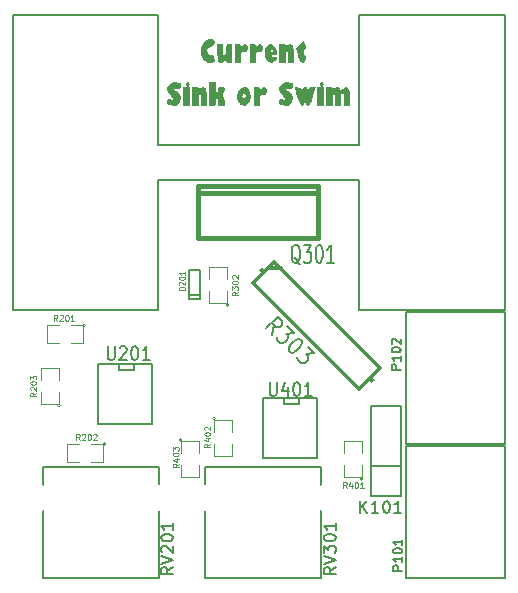
<source format=gto>
G04 (created by PCBNEW (2013-07-07 BZR 4022)-stable) date 26/09/2015 17:58:38*
%MOIN*%
G04 Gerber Fmt 3.4, Leading zero omitted, Abs format*
%FSLAX34Y34*%
G01*
G70*
G90*
G04 APERTURE LIST*
%ADD10C,0.00393701*%
%ADD11C,0.005*%
%ADD12C,0.0039*%
%ADD13C,0.012*%
%ADD14C,0.006*%
%ADD15C,0.00590551*%
%ADD16C,0.015*%
%ADD17C,0.0001*%
%ADD18C,0.0043*%
%ADD19C,0.008*%
%ADD20C,0.0045*%
%ADD21R,0.045X0.02*%
%ADD22R,0.055X0.035*%
%ADD23R,0.035X0.055*%
%ADD24C,0.07*%
%ADD25R,0.06X0.06*%
%ADD26C,0.06*%
%ADD27C,0.0905512*%
%ADD28R,0.1X0.1*%
%ADD29C,0.1*%
%ADD30R,0.07X0.07*%
%ADD31R,0.0275591X0.023622*%
%ADD32C,0.0787402*%
%ADD33O,0.0787402X0.0866142*%
G04 APERTURE END LIST*
G54D10*
G54D11*
X51950Y-26900D02*
X51950Y-28900D01*
X51950Y-28900D02*
X50150Y-28900D01*
X50150Y-28900D02*
X50150Y-26900D01*
X50150Y-26900D02*
X51950Y-26900D01*
X51350Y-26900D02*
X51350Y-27100D01*
X51350Y-27100D02*
X50850Y-27100D01*
X50850Y-27100D02*
X50850Y-26900D01*
X46450Y-25775D02*
X46450Y-27775D01*
X46450Y-27775D02*
X44650Y-27775D01*
X44650Y-27775D02*
X44650Y-25775D01*
X44650Y-25775D02*
X46450Y-25775D01*
X45850Y-25775D02*
X45850Y-25975D01*
X45850Y-25975D02*
X45350Y-25975D01*
X45350Y-25975D02*
X45350Y-25775D01*
G54D12*
X47450Y-28300D02*
G75*
G03X47450Y-28300I-50J0D01*
G74*
G01*
X47400Y-28750D02*
X47400Y-28350D01*
X47400Y-28350D02*
X48000Y-28350D01*
X48000Y-28350D02*
X48000Y-28750D01*
X48000Y-29150D02*
X48000Y-29550D01*
X48000Y-29550D02*
X47400Y-29550D01*
X47400Y-29550D02*
X47400Y-29150D01*
X48550Y-27575D02*
G75*
G03X48550Y-27575I-50J0D01*
G74*
G01*
X48500Y-28025D02*
X48500Y-27625D01*
X48500Y-27625D02*
X49100Y-27625D01*
X49100Y-27625D02*
X49100Y-28025D01*
X49100Y-28425D02*
X49100Y-28825D01*
X49100Y-28825D02*
X48500Y-28825D01*
X48500Y-28825D02*
X48500Y-28425D01*
X53475Y-29600D02*
G75*
G03X53475Y-29600I-50J0D01*
G74*
G01*
X53425Y-29150D02*
X53425Y-29550D01*
X53425Y-29550D02*
X52825Y-29550D01*
X52825Y-29550D02*
X52825Y-29150D01*
X52825Y-28750D02*
X52825Y-28350D01*
X52825Y-28350D02*
X53425Y-28350D01*
X53425Y-28350D02*
X53425Y-28750D01*
X49000Y-23800D02*
G75*
G03X49000Y-23800I-50J0D01*
G74*
G01*
X48950Y-23350D02*
X48950Y-23750D01*
X48950Y-23750D02*
X48350Y-23750D01*
X48350Y-23750D02*
X48350Y-23350D01*
X48350Y-22950D02*
X48350Y-22550D01*
X48350Y-22550D02*
X48950Y-22550D01*
X48950Y-22550D02*
X48950Y-22950D01*
X43400Y-27150D02*
G75*
G03X43400Y-27150I-50J0D01*
G74*
G01*
X43350Y-26700D02*
X43350Y-27100D01*
X43350Y-27100D02*
X42750Y-27100D01*
X42750Y-27100D02*
X42750Y-26700D01*
X42750Y-26300D02*
X42750Y-25900D01*
X42750Y-25900D02*
X43350Y-25900D01*
X43350Y-25900D02*
X43350Y-26300D01*
X44900Y-28425D02*
G75*
G03X44900Y-28425I-50J0D01*
G74*
G01*
X44400Y-28425D02*
X44800Y-28425D01*
X44800Y-28425D02*
X44800Y-29025D01*
X44800Y-29025D02*
X44400Y-29025D01*
X44000Y-29025D02*
X43600Y-29025D01*
X43600Y-29025D02*
X43600Y-28425D01*
X43600Y-28425D02*
X44000Y-28425D01*
X44225Y-24475D02*
G75*
G03X44225Y-24475I-50J0D01*
G74*
G01*
X43725Y-24475D02*
X44125Y-24475D01*
X44125Y-24475D02*
X44125Y-25075D01*
X44125Y-25075D02*
X43725Y-25075D01*
X43325Y-25075D02*
X42925Y-25075D01*
X42925Y-25075D02*
X42925Y-24475D01*
X42925Y-24475D02*
X43325Y-24475D01*
G54D13*
X50510Y-22353D02*
X54046Y-25889D01*
X54046Y-25889D02*
X53339Y-26596D01*
X53339Y-26596D02*
X49803Y-23060D01*
X53692Y-26242D02*
X54046Y-26596D01*
X49803Y-22353D02*
X50157Y-22707D01*
X50298Y-22565D02*
X50722Y-22565D01*
X50510Y-22353D02*
X49803Y-23060D01*
G54D14*
X54725Y-30175D02*
X53725Y-30175D01*
X53725Y-30175D02*
X53725Y-27175D01*
X53725Y-27175D02*
X54725Y-27175D01*
X54725Y-27175D02*
X54725Y-30175D01*
X53725Y-29175D02*
X54725Y-29175D01*
G54D15*
X54842Y-23971D02*
X53346Y-23971D01*
X45157Y-23971D02*
X46653Y-23971D01*
X46653Y-14128D02*
X45157Y-14128D01*
X54842Y-14128D02*
X53346Y-14128D01*
X46653Y-23971D02*
X46653Y-19640D01*
X46653Y-19640D02*
X53346Y-19640D01*
X53346Y-19640D02*
X53346Y-23971D01*
X46653Y-18459D02*
X53346Y-18459D01*
X46653Y-14128D02*
X46653Y-18459D01*
X53346Y-14128D02*
X53346Y-18459D01*
X58188Y-14128D02*
X54842Y-14128D01*
X41811Y-23971D02*
X45157Y-23971D01*
X41811Y-14128D02*
X45157Y-14128D01*
X58188Y-14128D02*
X58188Y-23971D01*
X58188Y-23971D02*
X54842Y-23971D01*
X41811Y-23971D02*
X41811Y-14128D01*
G54D14*
X58200Y-32900D02*
X54900Y-32900D01*
X54900Y-32900D02*
X54900Y-28500D01*
X54900Y-28500D02*
X58200Y-28500D01*
X58200Y-28500D02*
X58200Y-32900D01*
X58200Y-28450D02*
X54900Y-28450D01*
X54900Y-28450D02*
X54900Y-24050D01*
X54900Y-24050D02*
X58200Y-24050D01*
X58200Y-24050D02*
X58200Y-28450D01*
G54D16*
X47975Y-20075D02*
X47975Y-19825D01*
X47975Y-19825D02*
X51975Y-19825D01*
X51975Y-19825D02*
X51975Y-20075D01*
X47975Y-21575D02*
X47975Y-20075D01*
X47975Y-20075D02*
X51975Y-20075D01*
X51975Y-20075D02*
X51975Y-21575D01*
X51975Y-21575D02*
X47975Y-21575D01*
G54D15*
X48027Y-23591D02*
X47672Y-23591D01*
X47672Y-23591D02*
X47672Y-23463D01*
X48027Y-23463D02*
X48027Y-23591D01*
X48027Y-22626D02*
X48027Y-23473D01*
X48027Y-23473D02*
X47672Y-23473D01*
X47672Y-23473D02*
X47672Y-22626D01*
X47672Y-22626D02*
X48027Y-22626D01*
G54D17*
G36*
X47409Y-16931D02*
X47382Y-17051D01*
X47307Y-17130D01*
X47189Y-17164D01*
X47033Y-17151D01*
X47000Y-17143D01*
X46952Y-17101D01*
X46945Y-17018D01*
X46962Y-16951D01*
X46991Y-16917D01*
X47029Y-16936D01*
X47095Y-16958D01*
X47127Y-16953D01*
X47150Y-16932D01*
X47132Y-16894D01*
X47068Y-16827D01*
X47061Y-16821D01*
X46970Y-16707D01*
X46944Y-16600D01*
X46984Y-16496D01*
X47028Y-16444D01*
X47098Y-16387D01*
X47172Y-16370D01*
X47247Y-16376D01*
X47347Y-16393D01*
X47395Y-16418D01*
X47404Y-16465D01*
X47393Y-16529D01*
X47372Y-16596D01*
X47340Y-16611D01*
X47289Y-16592D01*
X47216Y-16573D01*
X47181Y-16588D01*
X47196Y-16627D01*
X47225Y-16653D01*
X47325Y-16730D01*
X47380Y-16791D01*
X47404Y-16856D01*
X47409Y-16931D01*
X47409Y-16931D01*
X47409Y-16931D01*
G37*
G36*
X47709Y-17166D02*
X47592Y-17166D01*
X47475Y-17166D01*
X47475Y-16858D01*
X47475Y-16550D01*
X47592Y-16550D01*
X47709Y-16550D01*
X47709Y-16858D01*
X47709Y-17166D01*
X47709Y-17166D01*
X47709Y-17166D01*
G37*
G36*
X48275Y-17166D02*
X48175Y-17166D01*
X48075Y-17166D01*
X48075Y-16950D01*
X48070Y-16836D01*
X48058Y-16759D01*
X48042Y-16733D01*
X48024Y-16763D01*
X48012Y-16845D01*
X48009Y-16950D01*
X48009Y-17166D01*
X47892Y-17166D01*
X47775Y-17166D01*
X47775Y-16850D01*
X47775Y-16533D01*
X47892Y-16533D01*
X47973Y-16543D01*
X48008Y-16570D01*
X48009Y-16573D01*
X48018Y-16596D01*
X48049Y-16573D01*
X48121Y-16535D01*
X48199Y-16564D01*
X48223Y-16585D01*
X48252Y-16636D01*
X48269Y-16725D01*
X48275Y-16865D01*
X48275Y-16902D01*
X48275Y-17166D01*
X48275Y-17166D01*
X48275Y-17166D01*
G37*
G36*
X48884Y-17166D02*
X48763Y-17166D01*
X48685Y-17162D01*
X48651Y-17138D01*
X48642Y-17073D01*
X48642Y-17035D01*
X48634Y-16946D01*
X48615Y-16889D01*
X48609Y-16883D01*
X48587Y-16899D01*
X48576Y-16971D01*
X48575Y-17014D01*
X48573Y-17107D01*
X48556Y-17151D01*
X48512Y-17165D01*
X48459Y-17166D01*
X48342Y-17166D01*
X48342Y-16766D01*
X48342Y-16366D01*
X48459Y-16366D01*
X48575Y-16366D01*
X48575Y-16551D01*
X48580Y-16659D01*
X48595Y-16713D01*
X48609Y-16716D01*
X48634Y-16670D01*
X48642Y-16614D01*
X48651Y-16559D01*
X48691Y-16537D01*
X48759Y-16533D01*
X48840Y-16542D01*
X48871Y-16577D01*
X48855Y-16648D01*
X48825Y-16712D01*
X48794Y-16803D01*
X48807Y-16847D01*
X48832Y-16903D01*
X48856Y-16995D01*
X48861Y-17026D01*
X48884Y-17166D01*
X48884Y-17166D01*
X48884Y-17166D01*
G37*
G36*
X49742Y-16887D02*
X49716Y-17008D01*
X49647Y-17101D01*
X49564Y-17145D01*
X49564Y-16812D01*
X49529Y-16778D01*
X49481Y-16782D01*
X49471Y-16790D01*
X49453Y-16842D01*
X49477Y-16889D01*
X49509Y-16900D01*
X49551Y-16875D01*
X49560Y-16863D01*
X49564Y-16812D01*
X49564Y-17145D01*
X49550Y-17153D01*
X49440Y-17152D01*
X49416Y-17144D01*
X49363Y-17095D01*
X49314Y-17007D01*
X49282Y-16906D01*
X49275Y-16850D01*
X49296Y-16734D01*
X49351Y-16630D01*
X49424Y-16560D01*
X49456Y-16547D01*
X49568Y-16548D01*
X49656Y-16606D01*
X49716Y-16714D01*
X49741Y-16864D01*
X49742Y-16887D01*
X49742Y-16887D01*
X49742Y-16887D01*
G37*
G36*
X50272Y-16695D02*
X50249Y-16767D01*
X50194Y-16814D01*
X50119Y-16818D01*
X50075Y-16811D01*
X50052Y-16829D01*
X50043Y-16886D01*
X50042Y-16982D01*
X50040Y-17087D01*
X50029Y-17142D01*
X50000Y-17163D01*
X49944Y-17166D01*
X49942Y-17166D01*
X49842Y-17166D01*
X49842Y-16850D01*
X49842Y-16533D01*
X49942Y-16533D01*
X50018Y-16545D01*
X50042Y-16587D01*
X50042Y-16589D01*
X50047Y-16624D01*
X50071Y-16606D01*
X50090Y-16581D01*
X50138Y-16537D01*
X50192Y-16549D01*
X50198Y-16553D01*
X50257Y-16617D01*
X50272Y-16695D01*
X50272Y-16695D01*
X50272Y-16695D01*
G37*
G36*
X51142Y-16931D02*
X51116Y-17051D01*
X51041Y-17130D01*
X50922Y-17164D01*
X50766Y-17151D01*
X50734Y-17143D01*
X50685Y-17101D01*
X50678Y-17018D01*
X50696Y-16951D01*
X50724Y-16917D01*
X50762Y-16936D01*
X50828Y-16958D01*
X50861Y-16953D01*
X50884Y-16932D01*
X50866Y-16894D01*
X50801Y-16827D01*
X50794Y-16821D01*
X50703Y-16707D01*
X50677Y-16600D01*
X50717Y-16496D01*
X50761Y-16444D01*
X50831Y-16387D01*
X50906Y-16370D01*
X50980Y-16376D01*
X51081Y-16393D01*
X51129Y-16418D01*
X51138Y-16465D01*
X51126Y-16529D01*
X51106Y-16596D01*
X51073Y-16611D01*
X51023Y-16592D01*
X50949Y-16573D01*
X50914Y-16588D01*
X50929Y-16627D01*
X50959Y-16653D01*
X51058Y-16730D01*
X51114Y-16791D01*
X51137Y-16856D01*
X51142Y-16931D01*
X51142Y-16931D01*
X51142Y-16931D01*
G37*
G36*
X51905Y-16533D02*
X51853Y-16708D01*
X51814Y-16838D01*
X51776Y-16967D01*
X51761Y-17016D01*
X51720Y-17109D01*
X51669Y-17158D01*
X51620Y-17159D01*
X51586Y-17104D01*
X51586Y-17102D01*
X51556Y-17042D01*
X51523Y-17046D01*
X51499Y-17100D01*
X51463Y-17154D01*
X51430Y-17166D01*
X51395Y-17141D01*
X51354Y-17062D01*
X51304Y-16924D01*
X51283Y-16858D01*
X51188Y-16550D01*
X51284Y-16539D01*
X51384Y-16553D01*
X51427Y-16589D01*
X51462Y-16630D01*
X51473Y-16617D01*
X51474Y-16591D01*
X51498Y-16547D01*
X51549Y-16533D01*
X51595Y-16549D01*
X51609Y-16583D01*
X51626Y-16627D01*
X51642Y-16633D01*
X51671Y-16606D01*
X51675Y-16583D01*
X51701Y-16546D01*
X51783Y-16533D01*
X51790Y-16533D01*
X51905Y-16533D01*
X51905Y-16533D01*
X51905Y-16533D01*
G37*
G36*
X52175Y-17166D02*
X52059Y-17166D01*
X51942Y-17166D01*
X51942Y-16858D01*
X51942Y-16550D01*
X52059Y-16550D01*
X52175Y-16550D01*
X52175Y-16858D01*
X52175Y-17166D01*
X52175Y-17166D01*
X52175Y-17166D01*
G37*
G36*
X53042Y-17166D02*
X52942Y-17166D01*
X52842Y-17166D01*
X52842Y-16950D01*
X52838Y-16828D01*
X52827Y-16760D01*
X52803Y-16734D01*
X52792Y-16733D01*
X52764Y-16747D01*
X52748Y-16799D01*
X52742Y-16900D01*
X52742Y-16950D01*
X52742Y-17166D01*
X52642Y-17166D01*
X52542Y-17166D01*
X52542Y-16950D01*
X52537Y-16836D01*
X52525Y-16759D01*
X52509Y-16733D01*
X52491Y-16763D01*
X52479Y-16845D01*
X52475Y-16950D01*
X52475Y-17166D01*
X52359Y-17166D01*
X52242Y-17166D01*
X52242Y-16850D01*
X52242Y-16533D01*
X52359Y-16533D01*
X52440Y-16543D01*
X52475Y-16570D01*
X52475Y-16573D01*
X52485Y-16596D01*
X52515Y-16573D01*
X52589Y-16536D01*
X52665Y-16550D01*
X52703Y-16589D01*
X52731Y-16627D01*
X52764Y-16615D01*
X52791Y-16589D01*
X52871Y-16536D01*
X52939Y-16545D01*
X52992Y-16612D01*
X53028Y-16733D01*
X53042Y-16904D01*
X53042Y-16924D01*
X53042Y-17166D01*
X53042Y-17166D01*
X53042Y-17166D01*
G37*
G36*
X47701Y-16445D02*
X47686Y-16504D01*
X47644Y-16533D01*
X47642Y-16533D01*
X47601Y-16506D01*
X47586Y-16481D01*
X47585Y-16419D01*
X47618Y-16379D01*
X47666Y-16380D01*
X47680Y-16391D01*
X47701Y-16445D01*
X47701Y-16445D01*
X47701Y-16445D01*
G37*
G36*
X52167Y-16445D02*
X52153Y-16504D01*
X52111Y-16533D01*
X52109Y-16533D01*
X52067Y-16506D01*
X52053Y-16481D01*
X52052Y-16419D01*
X52085Y-16379D01*
X52133Y-16380D01*
X52146Y-16391D01*
X52167Y-16445D01*
X52167Y-16445D01*
X52167Y-16445D01*
G37*
G36*
X48537Y-15004D02*
X48524Y-15072D01*
X48509Y-15114D01*
X48459Y-15184D01*
X48395Y-15200D01*
X48320Y-15227D01*
X48283Y-15298D01*
X48292Y-15399D01*
X48293Y-15403D01*
X48330Y-15455D01*
X48394Y-15458D01*
X48451Y-15458D01*
X48488Y-15498D01*
X48511Y-15558D01*
X48533Y-15642D01*
X48523Y-15687D01*
X48504Y-15703D01*
X48407Y-15731D01*
X48293Y-15721D01*
X48195Y-15676D01*
X48183Y-15666D01*
X48098Y-15552D01*
X48057Y-15420D01*
X48056Y-15283D01*
X48091Y-15154D01*
X48157Y-15046D01*
X48251Y-14971D01*
X48367Y-14942D01*
X48422Y-14947D01*
X48506Y-14969D01*
X48537Y-15004D01*
X48537Y-15004D01*
X48537Y-15004D01*
G37*
G36*
X49109Y-15733D02*
X49009Y-15733D01*
X48932Y-15720D01*
X48909Y-15678D01*
X48904Y-15641D01*
X48878Y-15651D01*
X48848Y-15678D01*
X48777Y-15726D01*
X48714Y-15721D01*
X48675Y-15700D01*
X48647Y-15660D01*
X48628Y-15576D01*
X48616Y-15438D01*
X48613Y-15384D01*
X48602Y-15100D01*
X48705Y-15100D01*
X48809Y-15100D01*
X48809Y-15319D01*
X48812Y-15443D01*
X48825Y-15509D01*
X48848Y-15525D01*
X48850Y-15525D01*
X48877Y-15483D01*
X48895Y-15386D01*
X48902Y-15305D01*
X48909Y-15193D01*
X48921Y-15131D01*
X48946Y-15105D01*
X48994Y-15100D01*
X49010Y-15100D01*
X49109Y-15100D01*
X49109Y-15416D01*
X49109Y-15733D01*
X49109Y-15733D01*
X49109Y-15733D01*
G37*
G36*
X49638Y-15261D02*
X49615Y-15334D01*
X49561Y-15381D01*
X49486Y-15384D01*
X49442Y-15378D01*
X49419Y-15395D01*
X49410Y-15453D01*
X49409Y-15549D01*
X49407Y-15654D01*
X49396Y-15709D01*
X49367Y-15730D01*
X49311Y-15733D01*
X49309Y-15733D01*
X49209Y-15733D01*
X49209Y-15416D01*
X49209Y-15100D01*
X49309Y-15100D01*
X49384Y-15112D01*
X49408Y-15154D01*
X49409Y-15156D01*
X49414Y-15191D01*
X49437Y-15172D01*
X49457Y-15148D01*
X49505Y-15104D01*
X49558Y-15116D01*
X49565Y-15120D01*
X49623Y-15183D01*
X49638Y-15261D01*
X49638Y-15261D01*
X49638Y-15261D01*
G37*
G36*
X50138Y-15261D02*
X50115Y-15334D01*
X50061Y-15381D01*
X49986Y-15384D01*
X49942Y-15378D01*
X49919Y-15395D01*
X49910Y-15453D01*
X49909Y-15549D01*
X49907Y-15654D01*
X49896Y-15709D01*
X49867Y-15730D01*
X49811Y-15733D01*
X49809Y-15733D01*
X49709Y-15733D01*
X49709Y-15416D01*
X49709Y-15100D01*
X49809Y-15100D01*
X49884Y-15112D01*
X49908Y-15154D01*
X49909Y-15156D01*
X49914Y-15191D01*
X49937Y-15172D01*
X49957Y-15148D01*
X50005Y-15104D01*
X50058Y-15116D01*
X50065Y-15120D01*
X50123Y-15183D01*
X50138Y-15261D01*
X50138Y-15261D01*
X50138Y-15261D01*
G37*
G36*
X50607Y-15425D02*
X50590Y-15459D01*
X50532Y-15466D01*
X50511Y-15466D01*
X50475Y-15470D01*
X50475Y-15313D01*
X50456Y-15275D01*
X50436Y-15274D01*
X50392Y-15307D01*
X50386Y-15347D01*
X50422Y-15366D01*
X50468Y-15339D01*
X50475Y-15313D01*
X50475Y-15470D01*
X50442Y-15475D01*
X50424Y-15497D01*
X50425Y-15500D01*
X50471Y-15525D01*
X50527Y-15533D01*
X50592Y-15551D01*
X50605Y-15597D01*
X50563Y-15658D01*
X50534Y-15681D01*
X50433Y-15728D01*
X50337Y-15713D01*
X50271Y-15669D01*
X50223Y-15618D01*
X50199Y-15551D01*
X50192Y-15445D01*
X50192Y-15423D01*
X50201Y-15288D01*
X50233Y-15199D01*
X50255Y-15170D01*
X50344Y-15108D01*
X50434Y-15107D01*
X50515Y-15160D01*
X50575Y-15260D01*
X50598Y-15345D01*
X50607Y-15425D01*
X50607Y-15425D01*
X50607Y-15425D01*
G37*
G36*
X51175Y-15733D02*
X51075Y-15733D01*
X50975Y-15733D01*
X50975Y-15516D01*
X50970Y-15403D01*
X50958Y-15325D01*
X50942Y-15300D01*
X50924Y-15330D01*
X50912Y-15411D01*
X50909Y-15516D01*
X50909Y-15733D01*
X50792Y-15733D01*
X50675Y-15733D01*
X50675Y-15416D01*
X50675Y-15100D01*
X50792Y-15100D01*
X50873Y-15110D01*
X50908Y-15136D01*
X50909Y-15140D01*
X50918Y-15163D01*
X50949Y-15140D01*
X51021Y-15102D01*
X51099Y-15130D01*
X51123Y-15152D01*
X51152Y-15203D01*
X51169Y-15292D01*
X51175Y-15431D01*
X51175Y-15469D01*
X51175Y-15733D01*
X51175Y-15733D01*
X51175Y-15733D01*
G37*
G36*
X51575Y-15183D02*
X51564Y-15245D01*
X51542Y-15266D01*
X51518Y-15295D01*
X51509Y-15365D01*
X51509Y-15366D01*
X51519Y-15436D01*
X51543Y-15466D01*
X51544Y-15466D01*
X51565Y-15496D01*
X51570Y-15572D01*
X51569Y-15591D01*
X51552Y-15679D01*
X51516Y-15719D01*
X51490Y-15726D01*
X51416Y-15710D01*
X51365Y-15674D01*
X51327Y-15604D01*
X51296Y-15499D01*
X51287Y-15447D01*
X51269Y-15349D01*
X51248Y-15280D01*
X51237Y-15264D01*
X51244Y-15234D01*
X51290Y-15172D01*
X51359Y-15099D01*
X51440Y-15022D01*
X51485Y-14989D01*
X51505Y-14994D01*
X51509Y-15026D01*
X51521Y-15084D01*
X51542Y-15100D01*
X51567Y-15128D01*
X51575Y-15183D01*
X51575Y-15183D01*
X51575Y-15183D01*
G37*
G54D15*
X48220Y-32902D02*
X52079Y-32902D01*
X48220Y-29202D02*
X52079Y-29202D01*
X52079Y-29202D02*
X52079Y-32902D01*
X48220Y-29202D02*
X48220Y-32902D01*
X42795Y-32902D02*
X46654Y-32902D01*
X42795Y-29202D02*
X46654Y-29202D01*
X46654Y-29202D02*
X46654Y-32902D01*
X42795Y-29202D02*
X42795Y-32902D01*
G54D11*
X50364Y-26382D02*
X50364Y-26746D01*
X50383Y-26789D01*
X50402Y-26810D01*
X50440Y-26832D01*
X50516Y-26832D01*
X50554Y-26810D01*
X50573Y-26789D01*
X50592Y-26746D01*
X50592Y-26382D01*
X50954Y-26532D02*
X50954Y-26832D01*
X50859Y-26360D02*
X50764Y-26682D01*
X51011Y-26682D01*
X51240Y-26382D02*
X51278Y-26382D01*
X51316Y-26403D01*
X51335Y-26425D01*
X51354Y-26467D01*
X51373Y-26553D01*
X51373Y-26660D01*
X51354Y-26746D01*
X51335Y-26789D01*
X51316Y-26810D01*
X51278Y-26832D01*
X51240Y-26832D01*
X51202Y-26810D01*
X51183Y-26789D01*
X51164Y-26746D01*
X51145Y-26660D01*
X51145Y-26553D01*
X51164Y-26467D01*
X51183Y-26425D01*
X51202Y-26403D01*
X51240Y-26382D01*
X51754Y-26832D02*
X51526Y-26832D01*
X51640Y-26832D02*
X51640Y-26382D01*
X51602Y-26446D01*
X51564Y-26489D01*
X51526Y-26510D01*
X44964Y-25182D02*
X44964Y-25546D01*
X44983Y-25589D01*
X45002Y-25610D01*
X45040Y-25632D01*
X45116Y-25632D01*
X45154Y-25610D01*
X45173Y-25589D01*
X45192Y-25546D01*
X45192Y-25182D01*
X45364Y-25225D02*
X45383Y-25203D01*
X45421Y-25182D01*
X45516Y-25182D01*
X45554Y-25203D01*
X45573Y-25225D01*
X45592Y-25267D01*
X45592Y-25310D01*
X45573Y-25375D01*
X45345Y-25632D01*
X45592Y-25632D01*
X45840Y-25182D02*
X45878Y-25182D01*
X45916Y-25203D01*
X45935Y-25225D01*
X45954Y-25267D01*
X45973Y-25353D01*
X45973Y-25460D01*
X45954Y-25546D01*
X45935Y-25589D01*
X45916Y-25610D01*
X45878Y-25632D01*
X45840Y-25632D01*
X45802Y-25610D01*
X45783Y-25589D01*
X45764Y-25546D01*
X45745Y-25460D01*
X45745Y-25353D01*
X45764Y-25267D01*
X45783Y-25225D01*
X45802Y-25203D01*
X45840Y-25182D01*
X46354Y-25632D02*
X46126Y-25632D01*
X46240Y-25632D02*
X46240Y-25182D01*
X46202Y-25246D01*
X46164Y-25289D01*
X46126Y-25310D01*
G54D18*
X47329Y-29095D02*
X47235Y-29161D01*
X47329Y-29208D02*
X47132Y-29208D01*
X47132Y-29132D01*
X47142Y-29114D01*
X47151Y-29104D01*
X47170Y-29095D01*
X47198Y-29095D01*
X47217Y-29104D01*
X47226Y-29114D01*
X47235Y-29132D01*
X47235Y-29208D01*
X47198Y-28926D02*
X47329Y-28926D01*
X47123Y-28973D02*
X47264Y-29020D01*
X47264Y-28898D01*
X47132Y-28785D02*
X47132Y-28767D01*
X47142Y-28748D01*
X47151Y-28738D01*
X47170Y-28729D01*
X47207Y-28720D01*
X47254Y-28720D01*
X47292Y-28729D01*
X47310Y-28738D01*
X47320Y-28748D01*
X47329Y-28767D01*
X47329Y-28785D01*
X47320Y-28804D01*
X47310Y-28814D01*
X47292Y-28823D01*
X47254Y-28832D01*
X47207Y-28832D01*
X47170Y-28823D01*
X47151Y-28814D01*
X47142Y-28804D01*
X47132Y-28785D01*
X47132Y-28654D02*
X47132Y-28532D01*
X47207Y-28598D01*
X47207Y-28570D01*
X47217Y-28551D01*
X47226Y-28541D01*
X47245Y-28532D01*
X47292Y-28532D01*
X47310Y-28541D01*
X47320Y-28551D01*
X47329Y-28570D01*
X47329Y-28626D01*
X47320Y-28645D01*
X47310Y-28654D01*
X48379Y-28420D02*
X48285Y-28486D01*
X48379Y-28533D02*
X48182Y-28533D01*
X48182Y-28457D01*
X48192Y-28439D01*
X48201Y-28429D01*
X48220Y-28420D01*
X48248Y-28420D01*
X48267Y-28429D01*
X48276Y-28439D01*
X48285Y-28457D01*
X48285Y-28533D01*
X48248Y-28251D02*
X48379Y-28251D01*
X48173Y-28298D02*
X48314Y-28345D01*
X48314Y-28223D01*
X48182Y-28110D02*
X48182Y-28092D01*
X48192Y-28073D01*
X48201Y-28063D01*
X48220Y-28054D01*
X48257Y-28045D01*
X48304Y-28045D01*
X48342Y-28054D01*
X48360Y-28063D01*
X48370Y-28073D01*
X48379Y-28092D01*
X48379Y-28110D01*
X48370Y-28129D01*
X48360Y-28139D01*
X48342Y-28148D01*
X48304Y-28157D01*
X48257Y-28157D01*
X48220Y-28148D01*
X48201Y-28139D01*
X48192Y-28129D01*
X48182Y-28110D01*
X48201Y-27970D02*
X48192Y-27960D01*
X48182Y-27942D01*
X48182Y-27895D01*
X48192Y-27876D01*
X48201Y-27866D01*
X48220Y-27857D01*
X48239Y-27857D01*
X48267Y-27866D01*
X48379Y-27979D01*
X48379Y-27857D01*
X52929Y-29904D02*
X52863Y-29810D01*
X52816Y-29904D02*
X52816Y-29707D01*
X52892Y-29707D01*
X52910Y-29717D01*
X52920Y-29726D01*
X52929Y-29745D01*
X52929Y-29773D01*
X52920Y-29792D01*
X52910Y-29801D01*
X52892Y-29810D01*
X52816Y-29810D01*
X53098Y-29773D02*
X53098Y-29904D01*
X53051Y-29698D02*
X53004Y-29839D01*
X53126Y-29839D01*
X53239Y-29707D02*
X53257Y-29707D01*
X53276Y-29717D01*
X53286Y-29726D01*
X53295Y-29745D01*
X53304Y-29782D01*
X53304Y-29829D01*
X53295Y-29867D01*
X53286Y-29885D01*
X53276Y-29895D01*
X53257Y-29904D01*
X53239Y-29904D01*
X53220Y-29895D01*
X53210Y-29885D01*
X53201Y-29867D01*
X53192Y-29829D01*
X53192Y-29782D01*
X53201Y-29745D01*
X53210Y-29726D01*
X53220Y-29717D01*
X53239Y-29707D01*
X53492Y-29904D02*
X53379Y-29904D01*
X53436Y-29904D02*
X53436Y-29707D01*
X53417Y-29735D01*
X53398Y-29754D01*
X53379Y-29764D01*
X49304Y-23370D02*
X49210Y-23436D01*
X49304Y-23483D02*
X49107Y-23483D01*
X49107Y-23407D01*
X49117Y-23389D01*
X49126Y-23379D01*
X49145Y-23370D01*
X49173Y-23370D01*
X49192Y-23379D01*
X49201Y-23389D01*
X49210Y-23407D01*
X49210Y-23483D01*
X49107Y-23304D02*
X49107Y-23182D01*
X49182Y-23248D01*
X49182Y-23220D01*
X49192Y-23201D01*
X49201Y-23192D01*
X49220Y-23182D01*
X49267Y-23182D01*
X49285Y-23192D01*
X49295Y-23201D01*
X49304Y-23220D01*
X49304Y-23276D01*
X49295Y-23295D01*
X49285Y-23304D01*
X49107Y-23060D02*
X49107Y-23042D01*
X49117Y-23023D01*
X49126Y-23013D01*
X49145Y-23004D01*
X49182Y-22995D01*
X49229Y-22995D01*
X49267Y-23004D01*
X49285Y-23013D01*
X49295Y-23023D01*
X49304Y-23042D01*
X49304Y-23060D01*
X49295Y-23079D01*
X49285Y-23089D01*
X49267Y-23098D01*
X49229Y-23107D01*
X49182Y-23107D01*
X49145Y-23098D01*
X49126Y-23089D01*
X49117Y-23079D01*
X49107Y-23060D01*
X49126Y-22920D02*
X49117Y-22910D01*
X49107Y-22892D01*
X49107Y-22845D01*
X49117Y-22826D01*
X49126Y-22816D01*
X49145Y-22807D01*
X49164Y-22807D01*
X49192Y-22816D01*
X49304Y-22929D01*
X49304Y-22807D01*
X42579Y-26720D02*
X42485Y-26786D01*
X42579Y-26833D02*
X42382Y-26833D01*
X42382Y-26757D01*
X42392Y-26739D01*
X42401Y-26729D01*
X42420Y-26720D01*
X42448Y-26720D01*
X42467Y-26729D01*
X42476Y-26739D01*
X42485Y-26757D01*
X42485Y-26833D01*
X42401Y-26645D02*
X42392Y-26636D01*
X42382Y-26617D01*
X42382Y-26570D01*
X42392Y-26551D01*
X42401Y-26542D01*
X42420Y-26532D01*
X42439Y-26532D01*
X42467Y-26542D01*
X42579Y-26654D01*
X42579Y-26532D01*
X42382Y-26410D02*
X42382Y-26392D01*
X42392Y-26373D01*
X42401Y-26363D01*
X42420Y-26354D01*
X42457Y-26345D01*
X42504Y-26345D01*
X42542Y-26354D01*
X42560Y-26363D01*
X42570Y-26373D01*
X42579Y-26392D01*
X42579Y-26410D01*
X42570Y-26429D01*
X42560Y-26439D01*
X42542Y-26448D01*
X42504Y-26457D01*
X42457Y-26457D01*
X42420Y-26448D01*
X42401Y-26439D01*
X42392Y-26429D01*
X42382Y-26410D01*
X42382Y-26279D02*
X42382Y-26157D01*
X42457Y-26223D01*
X42457Y-26195D01*
X42467Y-26176D01*
X42476Y-26166D01*
X42495Y-26157D01*
X42542Y-26157D01*
X42560Y-26166D01*
X42570Y-26176D01*
X42579Y-26195D01*
X42579Y-26251D01*
X42570Y-26270D01*
X42560Y-26279D01*
X44029Y-28304D02*
X43963Y-28210D01*
X43916Y-28304D02*
X43916Y-28107D01*
X43992Y-28107D01*
X44010Y-28117D01*
X44020Y-28126D01*
X44029Y-28145D01*
X44029Y-28173D01*
X44020Y-28192D01*
X44010Y-28201D01*
X43992Y-28210D01*
X43916Y-28210D01*
X44104Y-28126D02*
X44113Y-28117D01*
X44132Y-28107D01*
X44179Y-28107D01*
X44198Y-28117D01*
X44207Y-28126D01*
X44217Y-28145D01*
X44217Y-28164D01*
X44207Y-28192D01*
X44095Y-28304D01*
X44217Y-28304D01*
X44339Y-28107D02*
X44357Y-28107D01*
X44376Y-28117D01*
X44386Y-28126D01*
X44395Y-28145D01*
X44404Y-28182D01*
X44404Y-28229D01*
X44395Y-28267D01*
X44386Y-28285D01*
X44376Y-28295D01*
X44357Y-28304D01*
X44339Y-28304D01*
X44320Y-28295D01*
X44310Y-28285D01*
X44301Y-28267D01*
X44292Y-28229D01*
X44292Y-28182D01*
X44301Y-28145D01*
X44310Y-28126D01*
X44320Y-28117D01*
X44339Y-28107D01*
X44479Y-28126D02*
X44489Y-28117D01*
X44507Y-28107D01*
X44554Y-28107D01*
X44573Y-28117D01*
X44583Y-28126D01*
X44592Y-28145D01*
X44592Y-28164D01*
X44583Y-28192D01*
X44470Y-28304D01*
X44592Y-28304D01*
X43279Y-24329D02*
X43213Y-24235D01*
X43166Y-24329D02*
X43166Y-24132D01*
X43242Y-24132D01*
X43260Y-24142D01*
X43270Y-24151D01*
X43279Y-24170D01*
X43279Y-24198D01*
X43270Y-24217D01*
X43260Y-24226D01*
X43242Y-24235D01*
X43166Y-24235D01*
X43354Y-24151D02*
X43363Y-24142D01*
X43382Y-24132D01*
X43429Y-24132D01*
X43448Y-24142D01*
X43457Y-24151D01*
X43467Y-24170D01*
X43467Y-24189D01*
X43457Y-24217D01*
X43345Y-24329D01*
X43467Y-24329D01*
X43589Y-24132D02*
X43607Y-24132D01*
X43626Y-24142D01*
X43636Y-24151D01*
X43645Y-24170D01*
X43654Y-24207D01*
X43654Y-24254D01*
X43645Y-24292D01*
X43636Y-24310D01*
X43626Y-24320D01*
X43607Y-24329D01*
X43589Y-24329D01*
X43570Y-24320D01*
X43560Y-24310D01*
X43551Y-24292D01*
X43542Y-24254D01*
X43542Y-24207D01*
X43551Y-24170D01*
X43560Y-24151D01*
X43570Y-24142D01*
X43589Y-24132D01*
X43842Y-24329D02*
X43729Y-24329D01*
X43786Y-24329D02*
X43786Y-24132D01*
X43767Y-24160D01*
X43748Y-24179D01*
X43729Y-24189D01*
G54D19*
X50446Y-24786D02*
X50514Y-24483D01*
X50244Y-24584D02*
X50633Y-24195D01*
X50768Y-24330D01*
X50783Y-24382D01*
X50781Y-24418D01*
X50761Y-24471D01*
X50706Y-24527D01*
X50652Y-24547D01*
X50616Y-24549D01*
X50564Y-24534D01*
X50430Y-24399D01*
X50953Y-24515D02*
X51172Y-24734D01*
X50906Y-24764D01*
X50957Y-24815D01*
X50972Y-24867D01*
X50970Y-24902D01*
X50950Y-24956D01*
X50857Y-25049D01*
X50803Y-25069D01*
X50768Y-25071D01*
X50716Y-25056D01*
X50615Y-24955D01*
X50600Y-24902D01*
X50601Y-24867D01*
X51391Y-24953D02*
X51425Y-24987D01*
X51440Y-25039D01*
X51438Y-25074D01*
X51418Y-25128D01*
X51361Y-25219D01*
X51268Y-25312D01*
X51177Y-25369D01*
X51123Y-25389D01*
X51088Y-25391D01*
X51036Y-25376D01*
X51002Y-25342D01*
X50987Y-25290D01*
X50989Y-25254D01*
X51009Y-25200D01*
X51066Y-25110D01*
X51159Y-25017D01*
X51250Y-24960D01*
X51303Y-24939D01*
X51339Y-24938D01*
X51391Y-24953D01*
X51627Y-25189D02*
X51846Y-25408D01*
X51579Y-25438D01*
X51630Y-25488D01*
X51645Y-25541D01*
X51643Y-25576D01*
X51623Y-25630D01*
X51531Y-25722D01*
X51477Y-25743D01*
X51441Y-25744D01*
X51389Y-25729D01*
X51288Y-25628D01*
X51273Y-25576D01*
X51275Y-25541D01*
G54D14*
X53373Y-30736D02*
X53373Y-30336D01*
X53602Y-30736D02*
X53430Y-30508D01*
X53602Y-30336D02*
X53373Y-30565D01*
X53983Y-30736D02*
X53754Y-30736D01*
X53869Y-30736D02*
X53869Y-30336D01*
X53830Y-30394D01*
X53792Y-30432D01*
X53754Y-30451D01*
X54230Y-30336D02*
X54269Y-30336D01*
X54307Y-30355D01*
X54326Y-30375D01*
X54345Y-30413D01*
X54364Y-30489D01*
X54364Y-30584D01*
X54345Y-30660D01*
X54326Y-30698D01*
X54307Y-30717D01*
X54269Y-30736D01*
X54230Y-30736D01*
X54192Y-30717D01*
X54173Y-30698D01*
X54154Y-30660D01*
X54135Y-30584D01*
X54135Y-30489D01*
X54154Y-30413D01*
X54173Y-30375D01*
X54192Y-30355D01*
X54230Y-30336D01*
X54745Y-30736D02*
X54516Y-30736D01*
X54630Y-30736D02*
X54630Y-30336D01*
X54592Y-30394D01*
X54554Y-30432D01*
X54516Y-30451D01*
X54771Y-32657D02*
X54471Y-32657D01*
X54471Y-32542D01*
X54485Y-32514D01*
X54500Y-32500D01*
X54528Y-32485D01*
X54571Y-32485D01*
X54600Y-32500D01*
X54614Y-32514D01*
X54628Y-32542D01*
X54628Y-32657D01*
X54771Y-32200D02*
X54771Y-32371D01*
X54771Y-32285D02*
X54471Y-32285D01*
X54514Y-32314D01*
X54542Y-32342D01*
X54557Y-32371D01*
X54471Y-32014D02*
X54471Y-31985D01*
X54485Y-31957D01*
X54500Y-31942D01*
X54528Y-31928D01*
X54585Y-31914D01*
X54657Y-31914D01*
X54714Y-31928D01*
X54742Y-31942D01*
X54757Y-31957D01*
X54771Y-31985D01*
X54771Y-32014D01*
X54757Y-32042D01*
X54742Y-32057D01*
X54714Y-32071D01*
X54657Y-32085D01*
X54585Y-32085D01*
X54528Y-32071D01*
X54500Y-32057D01*
X54485Y-32042D01*
X54471Y-32014D01*
X54771Y-31628D02*
X54771Y-31800D01*
X54771Y-31714D02*
X54471Y-31714D01*
X54514Y-31742D01*
X54542Y-31771D01*
X54557Y-31800D01*
X54721Y-25957D02*
X54421Y-25957D01*
X54421Y-25842D01*
X54435Y-25814D01*
X54450Y-25800D01*
X54478Y-25785D01*
X54521Y-25785D01*
X54550Y-25800D01*
X54564Y-25814D01*
X54578Y-25842D01*
X54578Y-25957D01*
X54721Y-25500D02*
X54721Y-25671D01*
X54721Y-25585D02*
X54421Y-25585D01*
X54464Y-25614D01*
X54492Y-25642D01*
X54507Y-25671D01*
X54421Y-25314D02*
X54421Y-25285D01*
X54435Y-25257D01*
X54450Y-25242D01*
X54478Y-25228D01*
X54535Y-25214D01*
X54607Y-25214D01*
X54664Y-25228D01*
X54692Y-25242D01*
X54707Y-25257D01*
X54721Y-25285D01*
X54721Y-25314D01*
X54707Y-25342D01*
X54692Y-25357D01*
X54664Y-25371D01*
X54607Y-25385D01*
X54535Y-25385D01*
X54478Y-25371D01*
X54450Y-25357D01*
X54435Y-25342D01*
X54421Y-25314D01*
X54450Y-25100D02*
X54435Y-25085D01*
X54421Y-25057D01*
X54421Y-24985D01*
X54435Y-24957D01*
X54450Y-24942D01*
X54478Y-24928D01*
X54507Y-24928D01*
X54550Y-24942D01*
X54721Y-25114D01*
X54721Y-24928D01*
G54D19*
X51380Y-22450D02*
X51342Y-22421D01*
X51304Y-22364D01*
X51247Y-22278D01*
X51209Y-22250D01*
X51171Y-22250D01*
X51190Y-22392D02*
X51152Y-22364D01*
X51114Y-22307D01*
X51095Y-22192D01*
X51095Y-21992D01*
X51114Y-21878D01*
X51152Y-21821D01*
X51190Y-21792D01*
X51266Y-21792D01*
X51304Y-21821D01*
X51342Y-21878D01*
X51361Y-21992D01*
X51361Y-22192D01*
X51342Y-22307D01*
X51304Y-22364D01*
X51266Y-22392D01*
X51190Y-22392D01*
X51495Y-21792D02*
X51742Y-21792D01*
X51609Y-22021D01*
X51666Y-22021D01*
X51704Y-22050D01*
X51723Y-22078D01*
X51742Y-22135D01*
X51742Y-22278D01*
X51723Y-22335D01*
X51704Y-22364D01*
X51666Y-22392D01*
X51552Y-22392D01*
X51514Y-22364D01*
X51495Y-22335D01*
X51990Y-21792D02*
X52028Y-21792D01*
X52066Y-21821D01*
X52085Y-21850D01*
X52104Y-21907D01*
X52123Y-22021D01*
X52123Y-22164D01*
X52104Y-22278D01*
X52085Y-22335D01*
X52066Y-22364D01*
X52028Y-22392D01*
X51990Y-22392D01*
X51952Y-22364D01*
X51933Y-22335D01*
X51914Y-22278D01*
X51895Y-22164D01*
X51895Y-22021D01*
X51914Y-21907D01*
X51933Y-21850D01*
X51952Y-21821D01*
X51990Y-21792D01*
X52504Y-22392D02*
X52276Y-22392D01*
X52390Y-22392D02*
X52390Y-21792D01*
X52352Y-21878D01*
X52314Y-21935D01*
X52276Y-21964D01*
G54D20*
X47530Y-23304D02*
X47330Y-23304D01*
X47330Y-23261D01*
X47340Y-23235D01*
X47359Y-23218D01*
X47378Y-23210D01*
X47416Y-23201D01*
X47445Y-23201D01*
X47483Y-23210D01*
X47502Y-23218D01*
X47521Y-23235D01*
X47530Y-23261D01*
X47530Y-23304D01*
X47350Y-23132D02*
X47340Y-23124D01*
X47330Y-23107D01*
X47330Y-23064D01*
X47340Y-23047D01*
X47350Y-23038D01*
X47369Y-23030D01*
X47388Y-23030D01*
X47416Y-23038D01*
X47530Y-23141D01*
X47530Y-23030D01*
X47330Y-22918D02*
X47330Y-22901D01*
X47340Y-22884D01*
X47350Y-22875D01*
X47369Y-22867D01*
X47407Y-22858D01*
X47454Y-22858D01*
X47492Y-22867D01*
X47511Y-22875D01*
X47521Y-22884D01*
X47530Y-22901D01*
X47530Y-22918D01*
X47521Y-22935D01*
X47511Y-22944D01*
X47492Y-22952D01*
X47454Y-22961D01*
X47407Y-22961D01*
X47369Y-22952D01*
X47350Y-22944D01*
X47340Y-22935D01*
X47330Y-22918D01*
X47530Y-22687D02*
X47530Y-22789D01*
X47530Y-22738D02*
X47330Y-22738D01*
X47359Y-22755D01*
X47378Y-22772D01*
X47388Y-22789D01*
G54D15*
X52559Y-32534D02*
X52371Y-32665D01*
X52559Y-32759D02*
X52165Y-32759D01*
X52165Y-32609D01*
X52184Y-32571D01*
X52203Y-32553D01*
X52240Y-32534D01*
X52296Y-32534D01*
X52334Y-32553D01*
X52353Y-32571D01*
X52371Y-32609D01*
X52371Y-32759D01*
X52165Y-32421D02*
X52559Y-32290D01*
X52165Y-32159D01*
X52165Y-32065D02*
X52165Y-31821D01*
X52315Y-31953D01*
X52315Y-31896D01*
X52334Y-31859D01*
X52353Y-31840D01*
X52390Y-31821D01*
X52484Y-31821D01*
X52521Y-31840D01*
X52540Y-31859D01*
X52559Y-31896D01*
X52559Y-32009D01*
X52540Y-32046D01*
X52521Y-32065D01*
X52165Y-31578D02*
X52165Y-31540D01*
X52184Y-31503D01*
X52203Y-31484D01*
X52240Y-31465D01*
X52315Y-31446D01*
X52409Y-31446D01*
X52484Y-31465D01*
X52521Y-31484D01*
X52540Y-31503D01*
X52559Y-31540D01*
X52559Y-31578D01*
X52540Y-31615D01*
X52521Y-31634D01*
X52484Y-31653D01*
X52409Y-31671D01*
X52315Y-31671D01*
X52240Y-31653D01*
X52203Y-31634D01*
X52184Y-31615D01*
X52165Y-31578D01*
X52559Y-31071D02*
X52559Y-31296D01*
X52559Y-31184D02*
X52165Y-31184D01*
X52221Y-31221D01*
X52259Y-31259D01*
X52278Y-31296D01*
X47134Y-32534D02*
X46946Y-32665D01*
X47134Y-32759D02*
X46740Y-32759D01*
X46740Y-32609D01*
X46759Y-32571D01*
X46778Y-32553D01*
X46815Y-32534D01*
X46871Y-32534D01*
X46909Y-32553D01*
X46928Y-32571D01*
X46946Y-32609D01*
X46946Y-32759D01*
X46740Y-32421D02*
X47134Y-32290D01*
X46740Y-32159D01*
X46778Y-32046D02*
X46759Y-32028D01*
X46740Y-31990D01*
X46740Y-31896D01*
X46759Y-31859D01*
X46778Y-31840D01*
X46815Y-31821D01*
X46853Y-31821D01*
X46909Y-31840D01*
X47134Y-32065D01*
X47134Y-31821D01*
X46740Y-31578D02*
X46740Y-31540D01*
X46759Y-31503D01*
X46778Y-31484D01*
X46815Y-31465D01*
X46890Y-31446D01*
X46984Y-31446D01*
X47059Y-31465D01*
X47096Y-31484D01*
X47115Y-31503D01*
X47134Y-31540D01*
X47134Y-31578D01*
X47115Y-31615D01*
X47096Y-31634D01*
X47059Y-31653D01*
X46984Y-31671D01*
X46890Y-31671D01*
X46815Y-31653D01*
X46778Y-31634D01*
X46759Y-31615D01*
X46740Y-31578D01*
X47134Y-31071D02*
X47134Y-31296D01*
X47134Y-31184D02*
X46740Y-31184D01*
X46796Y-31221D01*
X46834Y-31259D01*
X46853Y-31296D01*
%LPC*%
G54D21*
X52300Y-27150D03*
X52300Y-27650D03*
X52300Y-28150D03*
X52300Y-28650D03*
X49800Y-28650D03*
X49800Y-28150D03*
X49800Y-27650D03*
X49800Y-27150D03*
X46800Y-26025D03*
X46800Y-26525D03*
X46800Y-27025D03*
X46800Y-27525D03*
X44300Y-27525D03*
X44300Y-27025D03*
X44300Y-26525D03*
X44300Y-26025D03*
G54D22*
X47700Y-28575D03*
X47700Y-29325D03*
X48800Y-27850D03*
X48800Y-28600D03*
X53125Y-29325D03*
X53125Y-28575D03*
X48650Y-23525D03*
X48650Y-22775D03*
X43050Y-26875D03*
X43050Y-26125D03*
G54D23*
X44575Y-28725D03*
X43825Y-28725D03*
X43900Y-24775D03*
X43150Y-24775D03*
G54D24*
X49803Y-22353D03*
X54046Y-26596D03*
G54D25*
X54225Y-29675D03*
G54D26*
X54225Y-28675D03*
X54225Y-27675D03*
G54D27*
X45000Y-19050D03*
X55000Y-19050D03*
G54D28*
X56550Y-31700D03*
G54D29*
X56550Y-29700D03*
G54D28*
X56550Y-27250D03*
G54D29*
X56550Y-25250D03*
G54D24*
X48975Y-20825D03*
X49975Y-20825D03*
G54D30*
X50975Y-20825D03*
G54D31*
X47850Y-22774D03*
X47850Y-23325D03*
G54D32*
X50150Y-31525D03*
X51134Y-31525D03*
X49165Y-31525D03*
G54D33*
X52157Y-30225D03*
X48142Y-30225D03*
G54D32*
X44725Y-31525D03*
X45709Y-31525D03*
X43740Y-31525D03*
G54D33*
X46732Y-30225D03*
X42717Y-30225D03*
M02*

</source>
